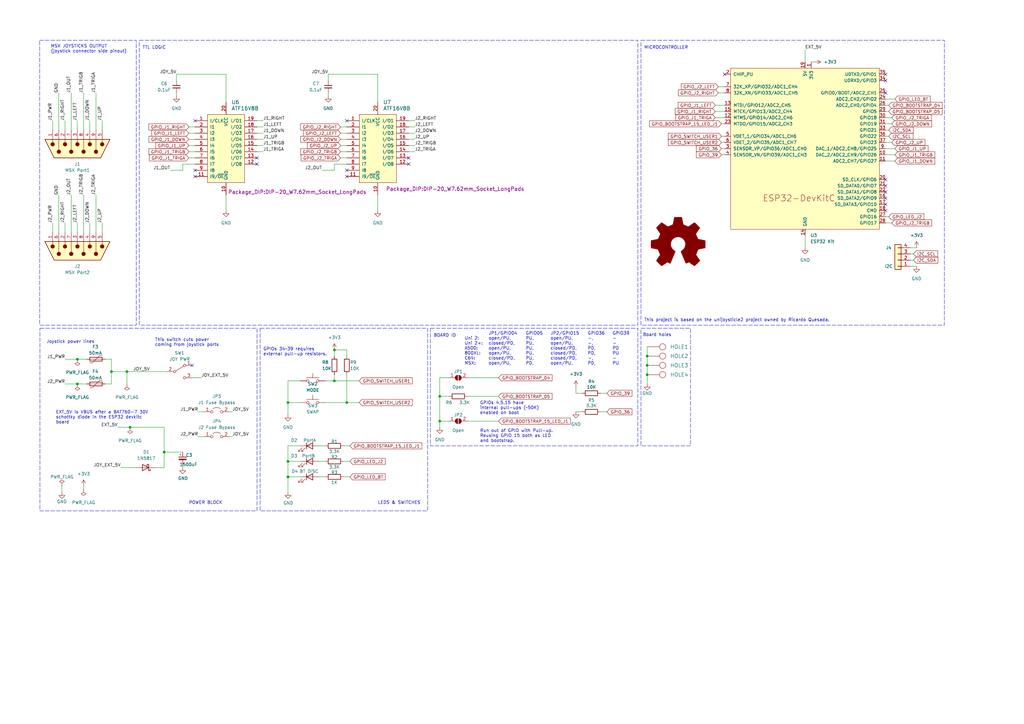
<source format=kicad_sch>
(kicad_sch (version 20230121) (generator eeschema)
  (paper "A3")
  (title_block (title "msx-joyblue: A Bluetooth controller adapter for MSX") (date "2024-02-10") (rev "v1 Build3") (company "Albert Herranz"))
  (lib_symbols
    (symbol "Connector:DE9_Plug" (pin_names (offset 1.016) hide)
      (property "Reference" "J" (at 0 13.97 0))
      (property "Value" "DE9_Plug" (at 0 -14.605 0))
      (symbol "DE9_Plug_1_1"
        (pin passive line (at -7.62 -10.16 0) (length 3.81) (name "1") (number "1"))
        (pin passive line (at -7.62 -5.08 0) (length 3.81) (name "2") (number "2"))
        (pin passive line (at -7.62 0 0) (length 3.81) (name "3") (number "3"))
        (pin passive line (at -7.62 5.08 0) (length 3.81) (name "4") (number "4"))
        (pin passive line (at -7.62 10.16 0) (length 3.81) (name "5") (number "5"))
        (pin passive line (at -7.62 -7.62 0) (length 3.81) (name "6") (number "6"))
        (pin passive line (at -7.62 -2.54 0) (length 3.81) (name "7") (number "7"))
        (pin passive line (at -7.62 2.54 0) (length 3.81) (name "8") (number "8"))
        (pin passive line (at -7.62 7.62 0) (length 3.81) (name "9") (number "9"))
      )
    )
    (symbol "Connector_Generic:Conn_01x04" (pin_names (offset 1.016) hide)
      (property "Reference" "J" (at 0 5.08 0))
      (property "Value" "Conn_01x04" (at 0 -7.62 0))
      (symbol "Conn_01x04_1_1"
        (pin passive line (at -5.08 2.54 0) (length 3.81) (name "Pin_1") (number "1"))
        (pin passive line (at -5.08 0 0) (length 3.81) (name "Pin_2") (number "2"))
        (pin passive line (at -5.08 -2.54 0) (length 3.81) (name "Pin_3") (number "3"))
        (pin passive line (at -5.08 -5.08 0) (length 3.81) (name "Pin_4") (number "4"))
      )
    )
    (symbol "Device:C_Polarized_Small" (pin_numbers hide) (pin_names (offset 0.254) hide)
      (property "Reference" "C" (at 0.254 1.778 0))
      (property "Value" "C_Polarized_Small" (at 0.254 -2.032 0))
      (symbol "C_Polarized_Small_1_1"
        (pin passive line (at 0 2.54 270) (length 1.8542) (name "~") (number "1"))
        (pin passive line (at 0 -2.54 90) (length 1.8542) (name "~") (number "2"))
      )
    )
    (symbol "Device:C_Small" (pin_numbers hide) (pin_names (offset 0.254) hide)
      (property "Reference" "C" (at 0.254 1.778 0))
      (property "Value" "C_Small" (at 0.254 -2.032 0))
      (symbol "C_Small_1_1"
        (pin passive line (at 0 2.54 270) (length 2.032) (name "~") (number "1"))
        (pin passive line (at 0 -2.54 90) (length 2.032) (name "~") (number "2"))
      )
    )
    (symbol "Device:LED" (pin_numbers hide) (pin_names (offset 1.016) hide)
      (property "Reference" "D" (at 0 2.54 0))
      (property "Value" "LED" (at 0 -2.54 0))
      (symbol "LED_1_1"
        (pin passive line (at -3.81 0 0) (length 2.54) (name "K") (number "1"))
        (pin passive line (at 3.81 0 180) (length 2.54) (name "A") (number "2"))
      )
    )
    (symbol "Device:Polyfuse" (pin_numbers hide) (pin_names (offset 0))
      (property "Reference" "F" (at -2.54 0 90))
      (property "Value" "Polyfuse" (at 2.54 0 90))
      (symbol "Polyfuse_1_1"
        (pin passive line (at 0 3.81 270) (length 1.27) (name "~") (number "1"))
        (pin passive line (at 0 -3.81 90) (length 1.27) (name "~") (number "2"))
      )
    )
    (symbol "Device:R" (pin_numbers hide) (pin_names (offset 0))
      (property "Reference" "R" (at 2.032 0 90))
      (property "Value" "R" (at 0 0 90))
      (symbol "R_1_1"
        (pin passive line (at 0 3.81 270) (length 1.27) (name "~") (number "1"))
        (pin passive line (at 0 -3.81 90) (length 1.27) (name "~") (number "2"))
      )
    )
    (symbol "Diode:1N5817" (pin_numbers hide) (pin_names (offset 1.016) hide)
      (property "Reference" "D" (at 0 2.54 0))
      (property "Value" "1N5817" (at 0 -2.54 0))
      (symbol "1N5817_1_1"
        (pin passive line (at -3.81 0 0) (length 2.54) (name "K") (number "1"))
        (pin passive line (at 3.81 0 180) (length 2.54) (name "A") (number "2"))
      )
    )
    (symbol "Espressif:ESP32-DevKitC" (pin_names (offset 1.016))
      (property "Reference" "U" (at -30.48 38.1 0))
      (property "Value" "ESP32-DevKitC" (at -30.48 35.56 0))
      (symbol "ESP32-DevKitC_0_0"
        (text "ESP32-DevKitC" (at -2.54 -20.32 0) (effects (font (size 2.54 2.54))))
        (pin power_in line (at 0 -35.56 90) (length 2.54) (name "GND") (number "14"))
        (pin power_in line (at 0 35.56 270) (length 2.54) (name "5V") (number "19"))
      )
      (symbol "ESP32-DevKitC_1_1"
        (pin power_in line (at 2.54 35.56 270) (length 2.54) (name "3V3") (number "1"))
        (pin bidirectional line (at 33.02 -2.54 180) (length 2.54) (name "DAC_2/ADC2_CH9/GPIO26") (number "10"))
        (pin bidirectional line (at 33.02 -5.08 180) (length 2.54) (name "ADC2_CH7/GPIO27") (number "11"))
        (pin bidirectional line (at -33.02 12.7 0) (length 2.54) (name "MTMS/GPIO14/ADC2_CH6") (number "12"))
        (pin bidirectional line (at -33.02 17.78 0) (length 2.54) (name "MTDI/GPIO12/ADC2_CH5") (number "13"))
        (pin bidirectional line (at -33.02 15.24 0) (length 2.54) (name "MTCK/GPIO13/ADC2_CH4") (number "15"))
        (pin bidirectional line (at 33.02 -20.32 180) (length 2.54) (name "SD_DATA2/GPIO9") (number "16"))
        (pin bidirectional line (at 33.02 -22.86 180) (length 2.54) (name "SD_DATA3/GPIO10") (number "17"))
        (pin bidirectional line (at 33.02 -25.4 180) (length 2.54) (name "CMD") (number "18"))
        (pin input line (at -33.02 30.48 0) (length 2.54) (name "CHIP_PU") (number "2"))
        (pin bidirectional line (at 33.02 -12.7 180) (length 2.54) (name "SD_CLK/GPIO6") (number "20"))
        (pin bidirectional line (at 33.02 -15.24 180) (length 2.54) (name "SD_DATA0/GPIO7") (number "21"))
        (pin bidirectional line (at 33.02 -17.78 180) (length 2.54) (name "SD_DATA1/GPIO8") (number "22"))
        (pin bidirectional line (at -33.02 10.16 0) (length 2.54) (name "MTDO/GPIO15/ADC2_CH3") (number "23"))
        (pin bidirectional line (at 33.02 20.32 180) (length 2.54) (name "ADC2_CH2/GPIO2") (number "24"))
        (pin bidirectional line (at 33.02 22.86 180) (length 2.54) (name "GPIO0/BOOT/ADC2_CH1") (number "25"))
        (pin bidirectional line (at 33.02 17.78 180) (length 2.54) (name "ADC2_CH0/GPIO4") (number "26"))
        (pin bidirectional line (at 33.02 -27.94 180) (length 2.54) (name "GPIO16") (number "27"))
        (pin bidirectional line (at 33.02 -30.48 180) (length 2.54) (name "GPIO17") (number "28"))
        (pin bidirectional line (at 33.02 15.24 180) (length 2.54) (name "GPIO5") (number "29"))
        (pin input line (at -33.02 0 0) (length 2.54) (name "SENSOR_VP/GPIO36/ADC1_CH0") (number "3"))
        (pin bidirectional line (at 33.02 12.7 180) (length 2.54) (name "GPIO18") (number "30"))
        (pin bidirectional line (at 33.02 10.16 180) (length 2.54) (name "GPIO19") (number "31"))
        (pin passive line (at 0 -35.56 90) (length 2.54) hide (name "GND") (number "32"))
        (pin bidirectional line (at 33.02 7.62 180) (length 2.54) (name "GPIO21") (number "33"))
        (pin bidirectional line (at 33.02 27.94 180) (length 2.54) (name "U0RXD/GPIO3") (number "34"))
        (pin bidirectional line (at 33.02 30.48 180) (length 2.54) (name "U0TXD/GPIO1") (number "35"))
        (pin bidirectional line (at 33.02 5.08 180) (length 2.54) (name "GPIO22") (number "36"))
        (pin bidirectional line (at 33.02 2.54 180) (length 2.54) (name "GPIO23") (number "37"))
        (pin passive line (at 0 -35.56 90) (length 2.54) hide (name "GND") (number "38"))
        (pin input line (at -33.02 -2.54 0) (length 2.54) (name "SENSOR_VN/GPIO39/ADC1_CH3") (number "4"))
        (pin input line (at -33.02 5.08 0) (length 2.54) (name "VDET_1/GPIO34/ADC1_CH6") (number "5"))
        (pin input line (at -33.02 2.54 0) (length 2.54) (name "VDET_2/GPIO35/ADC1_CH7") (number "6"))
        (pin bidirectional line (at -33.02 25.4 0) (length 2.54) (name "32K_XP/GPIO32/ADC1_CH4") (number "7"))
        (pin bidirectional line (at -33.02 22.86 0) (length 2.54) (name "32K_XN/GPIO33/ADC1_CH5") (number "8"))
        (pin bidirectional line (at 33.02 0 180) (length 2.54) (name "DAC_1/ADC2_CH8/GPIO25") (number "9"))
      )
    )
    (symbol "Graphic:Logo_Open_Hardware_Large" (in_bom no) (on_board no))
    (symbol "Jumper:Jumper_2_Open" (pin_names (offset 0) hide)
      (property "Reference" "JP" (at 0 2.794 0))
      (property "Value" "Jumper_2_Open" (at 0 -2.286 0))
      (symbol "Jumper_2_Open_1_1"
        (pin passive line (at -5.08 0 0) (length 2.54) (name "A") (number "1"))
        (pin passive line (at 5.08 0 180) (length 2.54) (name "B") (number "2"))
      )
    )
    (symbol "Jumper:SolderJumper_2_Open" (pin_names (offset 0) hide)
      (property "Reference" "JP" (at 0 2.032 0))
      (property "Value" "SolderJumper_2_Open" (at 0 -2.54 0))
      (symbol "SolderJumper_2_Open_1_1"
        (pin passive line (at -3.81 0 0) (length 2.54) (name "A") (number "1"))
        (pin passive line (at 3.81 0 180) (length 2.54) (name "B") (number "2"))
      )
    )
    (symbol "Switch:SW_Push" (pin_numbers hide) (pin_names (offset 1.016) hide)
      (property "Reference" "SW" (at 1.27 2.54 0))
      (property "Value" "SW_Push" (at 0 -1.524 0))
      (symbol "SW_Push_0_1"
        (pin passive line (at -5.08 0 0) (length 2.54) (name "1") (number "1"))
        (pin passive line (at 5.08 0 180) (length 2.54) (name "2") (number "2"))
      )
    )
    (symbol "Switch:SW_SPDT" (pin_names (offset 0) hide)
      (property "Reference" "SW" (at 0 4.318 0))
      (property "Value" "SW_SPDT" (at 0 -5.08 0))
      (symbol "SW_SPDT_1_1"
        (pin passive line (at 5.08 2.54 180) (length 2.54) (name "A") (number "1"))
        (pin passive line (at -5.08 0 0) (length 2.54) (name "B") (number "2"))
        (pin passive line (at 5.08 -2.54 180) (length 2.54) (name "C") (number "3"))
      )
    )
    (symbol "my_components:ATF16V8B" (pin_names (offset 1.016))
      (property "Reference" "U" (at -7.62 17.78 0))
      (property "Value" "ATF16V8B" (at -7.62 15.24 0))
      (symbol "ATF16V8B_1_1"
        (pin input line (at -12.7 11.43 0) (length 5.08) (name "I/CLK") (number "1"))
        (pin power_in line (at 0 -19.05 90) (length 5.08) (name "GND") (number "10"))
        (pin input line (at -12.7 -11.43 0) (length 5.08) (name "I9/~{OE}") (number "11"))
        (pin bidirectional line (at 12.7 -6.35 180) (length 5.08) (name "I/O8") (number "12"))
        (pin bidirectional line (at 12.7 -3.81 180) (length 5.08) (name "I/O7") (number "13"))
        (pin bidirectional line (at 12.7 -1.27 180) (length 5.08) (name "I/O6") (number "14"))
        (pin bidirectional line (at 12.7 1.27 180) (length 5.08) (name "I/O5") (number "15"))
        (pin bidirectional line (at 12.7 3.81 180) (length 5.08) (name "I/O4") (number "16"))
        (pin bidirectional line (at 12.7 6.35 180) (length 5.08) (name "I/O3") (number "17"))
        (pin bidirectional line (at 12.7 8.89 180) (length 5.08) (name "I/O2") (number "18"))
        (pin bidirectional line (at 12.7 11.43 180) (length 5.08) (name "I/O1") (number "19"))
        (pin input line (at -12.7 8.89 0) (length 5.08) (name "I1") (number "2"))
        (pin power_in line (at 0 19.05 270) (length 5.08) (name "VCC") (number "20"))
        (pin input line (at -12.7 6.35 0) (length 5.08) (name "I2") (number "3"))
        (pin input line (at -12.7 3.81 0) (length 5.08) (name "I3") (number "4"))
        (pin input line (at -12.7 1.27 0) (length 5.08) (name "I4") (number "5"))
        (pin input line (at -12.7 -1.27 0) (length 5.08) (name "I5") (number "6"))
        (pin input line (at -12.7 -3.81 0) (length 5.08) (name "I6") (number "7"))
        (pin input line (at -12.7 -6.35 0) (length 5.08) (name "I7") (number "8"))
        (pin input line (at -12.7 -8.89 0) (length 5.08) (name "I8") (number "9"))
      )
    )
    (symbol "my_components:HOLE" (pin_numbers hide) (pin_names (offset 1.016) hide)
      (property "Reference" "HOLE" (at 2.54 0 0))
      (symbol "HOLE_1_1"
        (pin input line (at -6.35 0 0) (length 5.08) (name "~") (number "1"))
      )
    )
    (symbol "power:+3V3" (power) (pin_names (offset 0))
      (property "Value" "+3V3" (at 0 3.556 0))
      (symbol "+3V3_1_1"
        (pin power_in line (at 0 0 90) (length 0) hide (name "+3V3") (number "1"))
      )
    )
    (symbol "power:GND" (power) (pin_names (offset 0))
      (property "Value" "GND" (at 0 -3.81 0))
      (symbol "GND_1_1"
        (pin power_in line (at 0 0 270) (length 0) hide (name "GND") (number "1"))
      )
    )
    (symbol "power:PWR_FLAG" (power) (pin_numbers hide) (pin_names (offset 0) hide)
      (property "Value" "PWR_FLAG" (at 0 3.81 0))
      (symbol "PWR_FLAG_0_0"
        (pin power_out line (at 0 0 90) (length 0) (name "pwr") (number "1"))
      )
    )
  )
  (junction (at 31.75 157.48))
  (junction (at 180.34 172.72))
  (junction (at 137.16 156.21))
  (junction (at 53.34 175.26))
  (junction (at 137.16 143.51))
  (junction (at 52.07 152.4))
  (junction (at 265.43 146.05))
  (junction (at 180.34 162.56))
  (junction (at 31.75 147.32))
  (junction (at 118.11 189.23))
  (junction (at 265.43 149.86))
  (junction (at 45.72 152.4))
  (junction (at 142.24 165.1))
  (junction (at 265.43 153.67))
  (junction (at 67.31 185.42))
  (junction (at 118.11 165.1))
  (junction (at 118.11 195.58))
  (no_connect (at 363.22 73.66))
  (no_connect (at 78.74 149.86))
  (no_connect (at 363.22 38.1))
  (no_connect (at 80.01 72.39))
  (no_connect (at 363.22 81.28))
  (no_connect (at 363.22 86.36))
  (no_connect (at 80.01 49.53))
  (no_connect (at 142.24 72.39))
  (no_connect (at 105.41 67.31))
  (no_connect (at 363.22 30.48))
  (no_connect (at 142.24 69.85))
  (no_connect (at 363.22 78.74))
  (no_connect (at 167.64 64.77))
  (no_connect (at 297.18 30.48))
  (no_connect (at 80.01 69.85))
  (no_connect (at 105.41 64.77))
  (no_connect (at 142.24 49.53))
  (no_connect (at 363.22 33.02))
  (no_connect (at 167.64 67.31))
  (no_connect (at 363.22 76.2))
  (no_connect (at 363.22 83.82))
  (wire (pts (xy 295.91 55.88) (xy 297.18 55.88)))
  (wire (pts (xy 130.81 182.88) (xy 133.35 182.88)))
  (wire (pts (xy 31.75 147.32) (xy 35.56 147.32)))
  (wire (pts (xy 43.18 157.48) (xy 45.72 157.48)))
  (wire (pts (xy 36.83 91.44) (xy 36.83 95.25)))
  (wire (pts (xy 365.76 48.26) (xy 363.22 48.26)))
  (wire (pts (xy 367.03 40.64) (xy 363.22 40.64)))
  (wire (pts (xy 24.13 38.1) (xy 24.13 53.34)))
  (wire (pts (xy 364.49 55.88) (xy 363.22 55.88)))
  (wire (pts (xy 365.76 58.42) (xy 363.22 58.42)))
  (wire (pts (xy 367.03 60.96) (xy 363.22 60.96)))
  (wire (pts (xy 45.72 152.4) (xy 45.72 157.48)))
  (wire (pts (xy 137.16 143.51) (xy 142.24 143.51)))
  (wire (pts (xy 137.16 146.05) (xy 137.16 143.51)))
  (wire (pts (xy 139.7 62.23) (xy 142.24 62.23)))
  (wire (pts (xy 92.71 30.48) (xy 92.71 41.91)))
  (wire (pts (xy 137.16 67.31) (xy 142.24 67.31)))
  (wire (pts (xy 134.62 30.48) (xy 154.94 30.48)))
  (wire (pts (xy 236.22 158.75) (xy 236.22 161.29)))
  (wire (pts (xy 294.64 38.1) (xy 297.18 38.1)))
  (wire (pts (xy 367.03 63.5) (xy 363.22 63.5)))
  (wire (pts (xy 246.38 161.29) (xy 248.92 161.29)))
  (wire (pts (xy 265.43 142.24) (xy 265.43 146.05)))
  (wire (pts (xy 170.18 52.07) (xy 167.64 52.07)))
  (wire (pts (xy 118.11 182.88) (xy 118.11 189.23)))
  (wire (pts (xy 170.18 57.15) (xy 167.64 57.15)))
  (wire (pts (xy 365.76 50.8) (xy 363.22 50.8)))
  (wire (pts (xy 294.64 35.56) (xy 297.18 35.56)))
  (wire (pts (xy 26.67 147.32) (xy 31.75 147.32)))
  (wire (pts (xy 133.35 156.21) (xy 137.16 156.21)))
  (wire (pts (xy 31.75 91.44) (xy 31.75 95.25)))
  (wire (pts (xy 295.91 50.8) (xy 297.18 50.8)))
  (wire (pts (xy 67.31 175.26) (xy 53.34 175.26)))
  (wire (pts (xy 77.47 62.23) (xy 80.01 62.23)))
  (wire (pts (xy 364.49 45.72) (xy 363.22 45.72)))
  (wire (pts (xy 180.34 172.72) (xy 180.34 175.26)))
  (wire (pts (xy 77.47 57.15) (xy 80.01 57.15)))
  (wire (pts (xy 29.21 80.01) (xy 29.21 95.25)))
  (wire (pts (xy 334.01 25.4) (xy 332.74 25.4)))
  (wire (pts (xy 72.39 30.48) (xy 72.39 33.02)))
  (wire (pts (xy 142.24 165.1) (xy 147.32 165.1)))
  (wire (pts (xy 364.49 43.18) (xy 363.22 43.18)))
  (wire (pts (xy 137.16 69.85) (xy 137.16 67.31)))
  (wire (pts (xy 142.24 153.67) (xy 142.24 165.1)))
  (wire (pts (xy 21.59 49.53) (xy 21.59 53.34)))
  (wire (pts (xy 191.77 172.72) (xy 204.47 172.72)))
  (wire (pts (xy 72.39 30.48) (xy 92.71 30.48)))
  (wire (pts (xy 77.47 64.77) (xy 80.01 64.77)))
  (wire (pts (xy 77.47 54.61) (xy 80.01 54.61)))
  (wire (pts (xy 375.92 101.6) (xy 373.38 101.6)))
  (wire (pts (xy 374.65 106.68) (xy 373.38 106.68)))
  (wire (pts (xy 55.88 191.77) (xy 49.53 191.77)))
  (wire (pts (xy 77.47 59.69) (xy 80.01 59.69)))
  (wire (pts (xy 34.29 38.1) (xy 34.29 53.34)))
  (wire (pts (xy 107.95 54.61) (xy 105.41 54.61)))
  (wire (pts (xy 31.75 157.48) (xy 35.56 157.48)))
  (wire (pts (xy 139.7 59.69) (xy 142.24 59.69)))
  (wire (pts (xy 26.67 157.48) (xy 31.75 157.48)))
  (wire (pts (xy 107.95 52.07) (xy 105.41 52.07)))
  (wire (pts (xy 140.97 182.88) (xy 143.51 182.88)))
  (wire (pts (xy 330.2 96.52) (xy 330.2 101.6)))
  (wire (pts (xy 374.65 104.14) (xy 373.38 104.14)))
  (wire (pts (xy 52.07 157.48) (xy 52.07 152.4)))
  (wire (pts (xy 118.11 165.1) (xy 118.11 170.18)))
  (wire (pts (xy 92.71 86.36) (xy 92.71 80.01)))
  (wire (pts (xy 118.11 195.58) (xy 118.11 201.93)))
  (wire (pts (xy 293.37 45.72) (xy 297.18 45.72)))
  (wire (pts (xy 184.15 154.94) (xy 180.34 154.94)))
  (wire (pts (xy 295.91 58.42) (xy 297.18 58.42)))
  (wire (pts (xy 69.85 69.85) (xy 74.93 69.85)))
  (wire (pts (xy 45.72 147.32) (xy 45.72 152.4)))
  (wire (pts (xy 25.4 199.39) (xy 25.4 201.93)))
  (wire (pts (xy 139.7 52.07) (xy 142.24 52.07)))
  (wire (pts (xy 170.18 62.23) (xy 167.64 62.23)))
  (wire (pts (xy 246.38 168.91) (xy 248.92 168.91)))
  (wire (pts (xy 81.28 168.91) (xy 83.82 168.91)))
  (wire (pts (xy 139.7 64.77) (xy 142.24 64.77)))
  (wire (pts (xy 118.11 165.1) (xy 123.19 165.1)))
  (wire (pts (xy 204.47 162.56) (xy 191.77 162.56)))
  (wire (pts (xy 130.81 189.23) (xy 133.35 189.23)))
  (wire (pts (xy 39.37 80.01) (xy 39.37 95.25)))
  (wire (pts (xy 365.76 91.44) (xy 363.22 91.44)))
  (wire (pts (xy 295.91 60.96) (xy 297.18 60.96)))
  (wire (pts (xy 140.97 195.58) (xy 143.51 195.58)))
  (wire (pts (xy 118.11 195.58) (xy 123.19 195.58)))
  (wire (pts (xy 74.93 67.31) (xy 80.01 67.31)))
  (wire (pts (xy 82.55 154.94) (xy 78.74 154.94)))
  (wire (pts (xy 134.62 39.37) (xy 134.62 38.1)))
  (wire (pts (xy 118.11 189.23) (xy 118.11 195.58)))
  (wire (pts (xy 293.37 48.26) (xy 297.18 48.26)))
  (wire (pts (xy 142.24 143.51) (xy 142.24 146.05)))
  (wire (pts (xy 154.94 86.36) (xy 154.94 80.01)))
  (wire (pts (xy 364.49 53.34) (xy 363.22 53.34)))
  (wire (pts (xy 107.95 59.69) (xy 105.41 59.69)))
  (wire (pts (xy 133.35 165.1) (xy 142.24 165.1)))
  (wire (pts (xy 139.7 57.15) (xy 142.24 57.15)))
  (wire (pts (xy 184.15 172.72) (xy 180.34 172.72)))
  (wire (pts (xy 265.43 153.67) (xy 265.43 157.48)))
  (wire (pts (xy 130.81 195.58) (xy 133.35 195.58)))
  (wire (pts (xy 67.31 185.42) (xy 74.93 185.42)))
  (wire (pts (xy 81.28 179.07) (xy 83.82 179.07)))
  (wire (pts (xy 77.47 52.07) (xy 80.01 52.07)))
  (wire (pts (xy 34.29 199.39) (xy 34.29 200.66)))
  (wire (pts (xy 367.03 66.04) (xy 363.22 66.04)))
  (wire (pts (xy 123.19 182.88) (xy 118.11 182.88)))
  (wire (pts (xy 140.97 189.23) (xy 143.51 189.23)))
  (wire (pts (xy 45.72 152.4) (xy 52.07 152.4)))
  (wire (pts (xy 26.67 49.53) (xy 26.67 53.34)))
  (wire (pts (xy 137.16 156.21) (xy 147.32 156.21)))
  (wire (pts (xy 41.91 49.53) (xy 41.91 53.34)))
  (wire (pts (xy 154.94 30.48) (xy 154.94 41.91)))
  (wire (pts (xy 72.39 39.37) (xy 72.39 38.1)))
  (wire (pts (xy 364.49 88.9) (xy 363.22 88.9)))
  (wire (pts (xy 170.18 59.69) (xy 167.64 59.69)))
  (wire (pts (xy 93.98 168.91) (xy 95.25 168.91)))
  (wire (pts (xy 31.75 49.53) (xy 31.75 53.34)))
  (wire (pts (xy 123.19 189.23) (xy 118.11 189.23)))
  (wire (pts (xy 74.93 69.85) (xy 74.93 67.31)))
  (wire (pts (xy 191.77 154.94) (xy 204.47 154.94)))
  (wire (pts (xy 67.31 185.42) (xy 67.31 191.77)))
  (wire (pts (xy 180.34 162.56) (xy 184.15 162.56)))
  (wire (pts (xy 107.95 62.23) (xy 105.41 62.23)))
  (wire (pts (xy 330.2 20.32) (xy 330.2 25.4)))
  (wire (pts (xy 139.7 54.61) (xy 142.24 54.61)))
  (wire (pts (xy 170.18 54.61) (xy 167.64 54.61)))
  (wire (pts (xy 67.31 191.77) (xy 63.5 191.77)))
  (wire (pts (xy 45.72 147.32) (xy 43.18 147.32)))
  (wire (pts (xy 26.67 91.44) (xy 26.67 95.25)))
  (wire (pts (xy 170.18 49.53) (xy 167.64 49.53)))
  (wire (pts (xy 74.93 190.5) (xy 74.93 191.77)))
  (wire (pts (xy 39.37 38.1) (xy 39.37 53.34)))
  (wire (pts (xy 36.83 49.53) (xy 36.83 53.34)))
  (wire (pts (xy 180.34 162.56) (xy 180.34 172.72)))
  (wire (pts (xy 21.59 91.44) (xy 21.59 95.25)))
  (wire (pts (xy 293.37 43.18) (xy 297.18 43.18)))
  (wire (pts (xy 118.11 156.21) (xy 118.11 165.1)))
  (wire (pts (xy 236.22 168.91) (xy 238.76 168.91)))
  (wire (pts (xy 265.43 146.05) (xy 265.43 149.86)))
  (wire (pts (xy 265.43 149.86) (xy 265.43 153.67)))
  (wire (pts (xy 24.13 80.01) (xy 24.13 95.25)))
  (wire (pts (xy 107.95 57.15) (xy 105.41 57.15)))
  (wire (pts (xy 118.11 156.21) (xy 123.19 156.21)))
  (wire (pts (xy 132.08 69.85) (xy 137.16 69.85)))
  (wire (pts (xy 236.22 161.29) (xy 238.76 161.29)))
  (wire (pts (xy 134.62 30.48) (xy 134.62 33.02)))
  (wire (pts (xy 107.95 49.53) (xy 105.41 49.53)))
  (wire (pts (xy 34.29 80.01) (xy 34.29 95.25)))
  (wire (pts (xy 52.07 152.4) (xy 68.58 152.4)))
  (wire (pts (xy 53.34 175.26) (xy 48.26 175.26)))
  (wire (pts (xy 41.91 91.44) (xy 41.91 95.25)))
  (wire (pts (xy 137.16 153.67) (xy 137.16 156.21)))
  (wire (pts (xy 67.31 175.26) (xy 67.31 185.42)))
  (wire (pts (xy 373.38 109.22) (xy 375.92 109.22)))
  (wire (pts (xy 295.91 63.5) (xy 297.18 63.5)))
  (wire (pts (xy 29.21 38.1) (xy 29.21 53.34)))
  (wire (pts (xy 180.34 154.94) (xy 180.34 162.56)))
  (wire (pts (xy 93.98 179.07) (xy 95.25 179.07)))
  (rectangle (start 106.68 134.62) (end 175.387 209.55) (stroke (width 0) (type dash)))
  (rectangle (start 262.89 16.51) (end 387.35 133.35) (stroke (width 0) (type dash)))
  (rectangle (start 57.15 16.51) (end 261.62 133.35) (stroke (width 0) (type dash)))
  (rectangle (start 262.89 134.62) (end 283.21 182.88) (stroke (width 0) (type dash)))
  (rectangle (start 16.256 16.51) (end 55.88 133.35) (stroke (width 0) (type dash)))
  (rectangle (start 176.53 134.62) (end 261.62 182.88) (stroke (width 0) (type dash)))
  (rectangle (start 16.383 134.62) (end 105.41 209.55) (stroke (width 0) (type dash)))
  (text "LEDS & SWITCHES" (at 154.94 207.01 0) (effects (font (size 1.27 1.27)) (justify left bottom)))
  (text "		JP1/GPIO04	GPIO05	JP2/GPIO15	GPIO36	GPIO39\nUni 2:	open/PU,	PU,		open/PU,	-,		-\nUni 2+:	closed/PD,	PU,		open/PU,	-,		-\nA500:	open/PU,	PU,		closed/PD,	PD,		PD\n800XL:	open/PU,	PU,		closed/PD,	PD,		PU\nC64:	closed/PD,	PU,		closed/PD,	-,		-\nMSX:	open/PU,	PD,		open/PU,	PD,		PU" (at 190.5 149.86 0) (effects (font (size 1.27 1.27)) (justify left bottom)))
  (text "MSX JOYSTICKS OUTPUT\n(joystick connector side pinout)" (at 20.828 21.844 0) (effects (font (size 1.27 1.27)) (justify left bottom)))
  (text "POWER BLOCK" (at 77.47 207.01 0) (effects (font (size 1.27 1.27)) (justify left bottom)))
  (text "Joystick power lines" (at 19.05 140.97 0) (effects (font (size 1.27 1.27)) (justify left bottom)))
  (text "This switch cuts power\ncoming from joystick ports" (at 63.5 142.24 0) (effects (font (size 1.27 1.27)) (justify left bottom)))
  (text "GPIOs 34~39 requires\nexternal pull-up resistors." (at 107.95 146.05 0) (effects (font (size 1.27 1.27)) (justify left bottom)))
  (text "Run out of GPIO with Pull-up.\nReusing GPIO 15 both as LED\nand bootstrap." (at 196.85 181.61 0) (effects (font (size 1.27 1.27)) (justify left bottom)))
  (text "TTL LOGIC\n" (at 58.42 20.32 0) (effects (font (size 1.27 1.27)) (justify left bottom)))
  (text "GPIOs 4,5,15 have\ninternal pull-ups (~50K)\nenabled on boot" (at 196.85 170.18 0) (effects (font (size 1.27 1.27)) (justify left bottom)))
  (text "Board holes" (at 263.652 138.176 0) (effects (font (size 1.27 1.27)) (justify left bottom)))
  (text "MICROCONTROLLER" (at 264.16 20.32 0) (effects (font (size 1.27 1.27)) (justify left bottom)))
  (text "EXT_5V is VBUS after a BAT760-7 30V\nschottky diode in the ESP32 devkitc\nboard" (at 22.86 173.99 0) (effects (font (size 1.27 1.27)) (justify left bottom)))
  (text "This project is based on the unijoysticle2 project owned by Ricardo Quesada." (at 264.16 132.08 0) (effects (font (size 1.27 1.27)) (justify left bottom)))
  (text "BOARD ID" (at 177.8 138.43 0) (effects (font (size 1.27 1.27)) (justify left bottom)))
  (label "J1_UP" (at 107.95 57.15 0))
  (label "EXT_5V" (at 330.2 20.32 0))
  (label "J2_TRIGA" (at 39.37 80.01 90))
  (label "EXT_5V" (at 48.26 175.26 180))
  (label "JOY_5V" (at 134.62 30.48 180))
  (label "J2_RIGHT" (at 26.67 91.44 90))
  (label "J1_DOWN" (at 36.83 49.53 90))
  (label "J2_TRIGB" (at 34.29 80.01 90))
  (label "J2_LEFT" (at 170.18 52.07 0))
  (label "J2_DOWN" (at 36.83 91.44 90))
  (label "J1_DOWN" (at 107.95 54.61 0))
  (label "JOY_5V" (at 95.25 168.91 0))
  (label "JOY_5V" (at 72.39 30.48 180))
  (label "J1_TRIGB" (at 107.95 59.69 0))
  (label "J1_PWR" (at 81.28 168.91 180))
  (label "JOY_5V" (at 95.25 179.07 0))
  (label "J1_LEFT" (at 107.95 52.07 0))
  (label "J1_UP" (at 41.91 49.53 90))
  (label "J1_PWR" (at 21.59 49.53 90))
  (label "J1_RIGHT" (at 107.95 49.53 0))
  (label "J2_UP" (at 170.18 57.15 0))
  (label "J2_PWR" (at 26.67 157.48 180))
  (label "J2_PWR" (at 21.59 91.44 90))
  (label "J2_DOWN" (at 170.18 54.61 0))
  (label "J1_OUT" (at 69.85 69.85 180))
  (label "J2_OUT" (at 132.08 69.85 180))
  (label "J2_UP" (at 41.91 91.44 90))
  (label "J2_PWR" (at 81.28 179.07 180))
  (label "J1_LEFT" (at 31.75 49.53 90))
  (label "J2_LEFT" (at 31.75 91.44 90))
  (label "JOY_EXT_5V" (at 49.53 191.77 180))
  (label "JOY_5V" (at 54.61 152.4 0))
  (label "JOY_EXT_5V" (at 82.55 154.94 0))
  (label "J2_OUT" (at 29.21 80.01 90))
  (label "J1_TRIGA" (at 39.37 38.1 90))
  (label "GND" (at 24.13 38.1 90))
  (label "GND" (at 24.13 80.01 90))
  (label "J1_RIGHT" (at 26.67 49.53 90))
  (label "J2_TRIGA" (at 170.18 62.23 0))
  (label "J2_RIGHT" (at 170.18 49.53 0))
  (label "J1_TRIGB" (at 34.29 38.1 90))
  (label "J1_OUT" (at 29.21 38.1 90))
  (label "J2_TRIGB" (at 170.18 59.69 0))
  (label "J1_PWR" (at 26.67 147.32 180))
  (label "J1_TRIGA" (at 107.95 62.23 0))
  (global_label "GPIO_BOOTSTRAP_15_LED_J1" (shape input) (at 143.51 182.88 0) (property "Intersheetrefs" "${INTERSHEET_REFS}" (effects hide)))
  (global_label "GPIO_J1_UP" (shape input) (at 367.03 60.96 0) (property "Intersheetrefs" "${INTERSHEET_REFS}" (effects hide)))
  (global_label "GPIO_J2_LEFT" (shape input) (at 294.64 35.56 180) (property "Intersheetrefs" "${INTERSHEET_REFS}" (effects hide)))
  (global_label "GPIO_J1_DOWN" (shape input) (at 367.03 66.04 0) (property "Intersheetrefs" "${INTERSHEET_REFS}" (effects hide)))
  (global_label "GPIO_J1_LEFT" (shape input) (at 77.47 54.61 180) (property "Intersheetrefs" "${INTERSHEET_REFS}" (effects hide)))
  (global_label "I2C_SCL" (shape input) (at 374.65 104.14 0) (property "Intersheetrefs" "${INTERSHEET_REFS}" (effects hide)))
  (global_label "GPIO_LED_J2" (shape input) (at 364.49 88.9 0) (property "Intersheetrefs" "${INTERSHEET_REFS}" (effects hide)))
  (global_label "GPIO_J2_UP" (shape input) (at 139.7 59.69 180) (property "Intersheetrefs" "${INTERSHEET_REFS}" (effects hide)))
  (global_label "GPIO_J1_TRIGB" (shape input) (at 367.03 63.5 0) (property "Intersheetrefs" "${INTERSHEET_REFS}" (effects hide)))
  (global_label "I2C_SCL" (shape input) (at 364.49 55.88 0) (property "Intersheetrefs" "${INTERSHEET_REFS}" (effects hide)))
  (global_label "I2C_SDA" (shape input) (at 364.49 53.34 0) (property "Intersheetrefs" "${INTERSHEET_REFS}" (effects hide)))
  (global_label "GPIO_BOOTSTRAP_05" (shape input) (at 204.47 162.56 0) (property "Intersheetrefs" "${INTERSHEET_REFS}" (effects hide)))
  (global_label "GPIO_J2_TRIGA" (shape input) (at 139.7 64.77 180) (property "Intersheetrefs" "${INTERSHEET_REFS}" (effects hide)))
  (global_label "GPIO_J2_UP" (shape input) (at 365.76 58.42 0) (property "Intersheetrefs" "${INTERSHEET_REFS}" (effects hide)))
  (global_label "GPIO_SWITCH_USER1" (shape input) (at 295.91 55.88 180) (property "Intersheetrefs" "${INTERSHEET_REFS}" (effects hide)))
  (global_label "GPIO_SWITCH_USER2" (shape input) (at 147.32 165.1 0) (property "Intersheetrefs" "${INTERSHEET_REFS}" (effects hide)))
  (global_label "GPIO_J1_TRIGA" (shape input) (at 77.47 64.77 180) (property "Intersheetrefs" "${INTERSHEET_REFS}" (effects hide)))
  (global_label "GPIO_36" (shape input) (at 248.92 168.91 0) (property "Intersheetrefs" "${INTERSHEET_REFS}" (effects hide)))
  (global_label "GPIO_39" (shape input) (at 295.91 63.5 180) (property "Intersheetrefs" "${INTERSHEET_REFS}" (effects hide)))
  (global_label "GPIO_J2_TRIGB" (shape input) (at 139.7 62.23 180) (property "Intersheetrefs" "${INTERSHEET_REFS}" (effects hide)))
  (global_label "GPIO_36" (shape input) (at 295.91 60.96 180) (property "Intersheetrefs" "${INTERSHEET_REFS}" (effects hide)))
  (global_label "GPIO_J1_TRIGB" (shape input) (at 77.47 62.23 180) (property "Intersheetrefs" "${INTERSHEET_REFS}" (effects hide)))
  (global_label "GPIO_J1_RIGHT" (shape input) (at 293.37 45.72 180) (property "Intersheetrefs" "${INTERSHEET_REFS}" (effects hide)))
  (global_label "GPIO_BOOTSTRAP_05" (shape input) (at 364.49 45.72 0) (property "Intersheetrefs" "${INTERSHEET_REFS}" (effects hide)))
  (global_label "GPIO_LED_BT" (shape input) (at 143.51 195.58 0) (property "Intersheetrefs" "${INTERSHEET_REFS}" (effects hide)))
  (global_label "GPIO_J2_TRIGA" (shape input) (at 365.76 48.26 0) (property "Intersheetrefs" "${INTERSHEET_REFS}" (effects hide)))
  (global_label "GPIO_J2_LEFT" (shape input) (at 139.7 54.61 180) (property "Intersheetrefs" "${INTERSHEET_REFS}" (effects hide)))
  (global_label "GPIO_J1_TRIGA" (shape input) (at 293.37 48.26 180) (property "Intersheetrefs" "${INTERSHEET_REFS}" (effects hide)))
  (global_label "GPIO_J2_DOWN" (shape input) (at 139.7 57.15 180) (property "Intersheetrefs" "${INTERSHEET_REFS}" (effects hide)))
  (global_label "GPIO_J1_DOWN" (shape input) (at 77.47 57.15 180) (property "Intersheetrefs" "${INTERSHEET_REFS}" (effects hide)))
  (global_label "GPIO_LED_BT" (shape input) (at 367.03 40.64 0) (property "Intersheetrefs" "${INTERSHEET_REFS}" (effects hide)))
  (global_label "GPIO_BOOTSTRAP_15_LED_J1" (shape input) (at 295.91 50.8 180) (property "Intersheetrefs" "${INTERSHEET_REFS}" (effects hide)))
  (global_label "GPIO_J2_RIGHT" (shape input) (at 139.7 52.07 180) (property "Intersheetrefs" "${INTERSHEET_REFS}" (effects hide)))
  (global_label "GPIO_39" (shape input) (at 248.92 161.29 0) (property "Intersheetrefs" "${INTERSHEET_REFS}" (effects hide)))
  (global_label "GPIO_BOOTSTRAP_04" (shape input) (at 364.49 43.18 0) (property "Intersheetrefs" "${INTERSHEET_REFS}" (effects hide)))
  (global_label "GPIO_LED_J2" (shape input) (at 143.51 189.23 0) (property "Intersheetrefs" "${INTERSHEET_REFS}" (effects hide)))
  (global_label "GPIO_J1_RIGHT" (shape input) (at 77.47 52.07 180) (property "Intersheetrefs" "${INTERSHEET_REFS}" (effects hide)))
  (global_label "I2C_SDA" (shape input) (at 374.65 106.68 0) (property "Intersheetrefs" "${INTERSHEET_REFS}" (effects hide)))
  (global_label "GPIO_BOOTSTRAP_04" (shape input) (at 204.47 154.94 0) (property "Intersheetrefs" "${INTERSHEET_REFS}" (effects hide)))
  (global_label "GPIO_BOOTSTRAP_15_LED_J1" (shape input) (at 204.47 172.72 0) (property "Intersheetrefs" "${INTERSHEET_REFS}" (effects hide)))
  (global_label "GPIO_SWITCH_USER1" (shape input) (at 147.32 156.21 0) (property "Intersheetrefs" "${INTERSHEET_REFS}" (effects hide)))
  (global_label "GPIO_SWITCH_USER2" (shape input) (at 295.91 58.42 180) (property "Intersheetrefs" "${INTERSHEET_REFS}" (effects hide)))
  (global_label "GPIO_J1_UP" (shape input) (at 77.47 59.69 180) (property "Intersheetrefs" "${INTERSHEET_REFS}" (effects hide)))
  (global_label "GPIO_J2_TRIGB" (shape input) (at 365.76 91.44 0) (property "Intersheetrefs" "${INTERSHEET_REFS}" (effects hide)))
  (global_label "GPIO_J2_DOWN" (shape input) (at 365.76 50.8 0) (property "Intersheetrefs" "${INTERSHEET_REFS}" (effects hide)))
  (global_label "GPIO_J2_RIGHT" (shape input) (at 294.64 38.1 180) (property "Intersheetrefs" "${INTERSHEET_REFS}" (effects hide)))
  (global_label "GPIO_J1_LEFT" (shape input) (at 293.37 43.18 180) (property "Intersheetrefs" "${INTERSHEET_REFS}" (effects hide)))
  (symbol (lib_id "my_components:HOLE") (at 271.78 149.86 0) (unit 1)
    (property "Reference" "HOLE3" (at 274.828 149.86 0) (effects (font (size 1.524 1.524)) (justify left)))
    (property "Value" "HOLE" (effects hide))
    (property "Footprint" "My_Components:Hole_3mm" (effects hide))
  )
  (symbol (lib_id "Device:R") (at 137.16 195.58 90) (unit 1)
    (property "Reference" "R3" (at 137.16 193.802 90))
    (property "Value" "1K" (at 137.16 197.866 90))
    (property "Footprint" "My_Components:Res_762" (effects hide))
    (property "LCSC" "C4310" (effects hide))
  )
  (symbol (lib_id "power:PWR_FLAG") (at 53.34 175.26 180) (unit 1)
    (property "Reference" "#FLG01" (effects hide))
    (property "Value" "PWR_FLAG" (at 53.34 180.721 0))
  )
  (symbol (lib_id "Device:C_Small") (at 72.39 35.56 0) (unit 1)
    (property "Reference" "C6" (at 67.31 34.29 0))
    (property "Value" "0.1uF" (at 67.31 36.83 0))
    (property "Footprint" "My_Components:Cap_Cer_508" (effects hide))
  )
  (symbol (lib_id "power:+3V3") (at 375.92 101.6 0) (unit 1)
    (property "Reference" "#PWR017" (effects hide))
    (property "Value" "+3V3" (at 375.92 96.52 0))
  )
  (symbol (lib_id "my_components:ATF16V8B") (at 92.71 60.96 0) (unit 1)
    (property "Reference" "U6" (at 94.9041 41.91 0) (effects (font (size 1.524 1.524)) (justify left)))
    (property "Value" "ATF16V8B" (at 94.9041 44.45 0) (effects (font (size 1.524 1.524)) (justify left)))
    (property "Footprint" "Package_DIP:DIP-20_W7.62mm_Socket_LongPads" (at 121.92 78.74 0) (effects (font (size 1.524 1.524))))
  )
  (symbol (lib_id "power:GND") (at 72.39 39.37 0) (unit 1)
    (property "Reference" "#PWR023" (effects hide))
    (property "Value" "GND" (at 72.39 44.45 0))
  )
  (symbol (lib_id "Device:Polyfuse") (at 39.37 147.32 90) (unit 1)
    (property "Reference" "F3" (at 39.116 142.24 90))
    (property "Value" "50mA" (at 39.116 144.78 90))
    (property "Footprint" "Capacitor_THT:C_Disc_D7.5mm_W2.5mm_P5.00mm" (effects hide))
  )
  (symbol (lib_id "Graphic:Logo_Open_Hardware_Large") (at 278.13 100.33 0) (unit 1) (in_bom no)
    (property "Reference" "SYM1" (effects hide))
    (property "Value" "Logo_Open_Hardware_Large" (effects hide))
    (property "Footprint" "Symbol:OSHW-Logo_7.5x8mm_SilkScreen" (effects hide))
    (property "Sim.Enable" "0" (effects hide))
  )
  (symbol (lib_id "power:GND") (at 265.43 157.48 0) (unit 1)
    (property "Reference" "#PWR09" (effects hide))
    (property "Value" "GND" (at 265.43 161.29 0))
  )
  (symbol (lib_id "Jumper:SolderJumper_2_Open") (at 187.96 172.72 0) (unit 1) (on_board no)
    (property "Reference" "JP2" (at 187.96 170.18 0))
    (property "Value" "Open" (at 187.96 176.53 0))
    (property "Footprint" "Jumper:SolderJumper-2_P1.3mm_Open_RoundedPad1.0x1.5mm" (effects hide))
  )
  (symbol (lib_id "Jumper:Jumper_2_Open") (at 88.9 168.91 0) (unit 1)
    (property "Reference" "JP3" (at 88.9 162.56 0))
    (property "Value" "J1 Fuse Bypass" (at 88.9 165.1 0))
    (property "Footprint" "Connector_PinHeader_2.54mm:PinHeader_1x02_P2.54mm_Vertical" (effects hide))
  )
  (symbol (lib_id "my_components:ATF16V8B") (at 154.94 60.96 0) (unit 1)
    (property "Reference" "U7" (at 157.1341 41.91 0) (effects (font (size 1.524 1.524)) (justify left)))
    (property "Value" "ATF16V8B" (at 157.1341 44.45 0) (effects (font (size 1.524 1.524)) (justify left)))
    (property "Footprint" "Package_DIP:DIP-20_W7.62mm_Socket_LongPads" (at 186.69 77.47 0) (effects (font (size 1.524 1.524))))
  )
  (symbol (lib_id "Device:R") (at 242.57 161.29 270) (mirror x) (unit 1)
    (property "Reference" "R4" (at 242.57 156.464 90))
    (property "Value" "10K" (at 242.57 158.75 90))
    (property "Footprint" "My_Components:Res_762" (effects hide))
  )
  (symbol (lib_id "Device:R") (at 242.57 168.91 270) (mirror x) (unit 1)
    (property "Reference" "R5" (at 242.57 164.084 90))
    (property "Value" "3.3K" (at 242.57 166.37 90))
    (property "Footprint" "My_Components:Res_762" (effects hide))
  )
  (symbol (lib_id "Connector:DE9_Plug") (at 31.75 60.96 270) (unit 1)
    (property "Reference" "J1" (at 31.75 67.31 90))
    (property "Value" "MSX Port1" (at 31.75 69.85 90))
    (property "Footprint" "Connector_JST:JST_PH_B9B-PH-K_1x09_P2.00mm_Vertical" (effects hide))
    (property "Datasheet" " ~" (effects hide))
  )
  (symbol (lib_id "Switch:SW_Push") (at 128.27 156.21 0) (unit 1)
    (property "Reference" "SW2" (at 128.27 157.48 0))
    (property "Value" "MODE" (at 128.27 160.02 0))
    (property "Footprint" "Button_Switch_THT:SW_Tactile_SPST_Angled_PTS645Vx39-2LFS" (effects hide))
  )
  (symbol (lib_id "my_components:HOLE") (at 271.78 146.05 0) (unit 1)
    (property "Reference" "HOLE2" (at 274.828 146.05 0) (effects (font (size 1.524 1.524)) (justify left)))
    (property "Value" "HOLE" (effects hide))
    (property "Footprint" "My_Components:Hole_3mm" (effects hide))
  )
  (symbol (lib_id "power:+3V3") (at 236.22 158.75 0) (unit 1)
    (property "Reference" "#PWR012" (effects hide))
    (property "Value" "+3V3" (at 236.22 153.416 0))
  )
  (symbol (lib_id "Connector:DE9_Plug") (at 31.75 102.87 270) (unit 1)
    (property "Reference" "J2" (at 31.75 109.22 90))
    (property "Value" "MSX Port2" (at 31.75 111.76 90))
    (property "Footprint" "Connector_JST:JST_PH_B9B-PH-K_1x09_P2.00mm_Vertical" (effects hide))
    (property "Datasheet" " ~" (effects hide))
  )
  (symbol (lib_id "power:GND") (at 330.2 101.6 0) (unit 1)
    (property "Reference" "#PWR010" (effects hide))
    (property "Value" "GND" (at 330.2 106.68 0))
  )
  (symbol (lib_id "Device:R") (at 137.16 149.86 0) (unit 1)
    (property "Reference" "R8" (at 132.08 148.59 0) (effects (justify left)))
    (property "Value" "10K" (at 132.08 151.13 0) (effects (justify left)))
    (property "Footprint" "My_Components:Res_762" (effects hide))
  )
  (symbol (lib_id "Diode:1N5817") (at 59.69 191.77 180) (unit 1)
    (property "Reference" "D1" (at 60.0075 185.42 0))
    (property "Value" "1N5817" (at 60.0075 187.96 0))
    (property "Footprint" "Diode_THT:D_DO-41_SOD81_P10.16mm_Horizontal" (effects hide))
    (property "Datasheet" "http://www.vishay.com/docs/88525/1n5817.pdf" (effects hide))
  )
  (symbol (lib_id "Espressif:ESP32-DevKitC") (at 330.2 60.96 0) (unit 1)
    (property "Reference" "U3" (at 332.3941 96.52 0) (effects (justify left)))
    (property "Value" "ESP32 Kit" (at 332.3941 99.06 0) (effects (justify left)))
    (property "Footprint" "My_Components:X-NodeMCU-32-plus-ESP32-DevKitC" (effects hide))
    (property "Datasheet" "https://docs.espressif.com/projects/esp-idf/zh_CN/latest/esp32/hw-reference/esp32/get-started-devkitc.html" (effects hide))
  )
  (symbol (lib_id "Jumper:Jumper_2_Open") (at 88.9 179.07 0) (unit 1)
    (property "Reference" "JP4" (at 88.9 172.72 0))
    (property "Value" "J2 Fuse Bypass" (at 88.9 175.26 0))
    (property "Footprint" "Connector_PinHeader_2.54mm:PinHeader_1x02_P2.54mm_Vertical" (effects hide))
  )
  (symbol (lib_id "Switch:SW_Push") (at 128.27 165.1 0) (unit 1)
    (property "Reference" "SW3" (at 128.27 166.37 0))
    (property "Value" "SWAP" (at 128.27 168.91 0))
    (property "Footprint" "Button_Switch_THT:SW_Tactile_SPST_Angled_PTS645Vx39-2LFS" (effects hide))
  )
  (symbol (lib_id "Switch:SW_SPDT") (at 73.66 152.4 0) (unit 1)
    (property "Reference" "SW1" (at 73.66 144.78 0))
    (property "Value" "JOY PWR" (at 73.66 147.32 0))
    (property "Footprint" "My_Components:SW_SK-12D07G6-1P2T-6mm" (effects hide))
  )
  (symbol (lib_id "power:PWR_FLAG") (at 25.4 199.39 0) (unit 1)
    (property "Reference" "#FLG02" (effects hide))
    (property "Value" "PWR_FLAG" (at 25.4 195.58 0))
  )
  (symbol (lib_id "power:PWR_FLAG") (at 31.75 157.48 180) (unit 1)
    (property "Reference" "#FLG04" (effects hide))
    (property "Value" "PWR_FLAG" (at 31.75 162.941 0))
  )
  (symbol (lib_id "Device:C_Small") (at 134.62 35.56 0) (unit 1)
    (property "Reference" "C7" (at 129.54 34.29 0))
    (property "Value" "0.1uF" (at 129.54 36.83 0))
    (property "Footprint" "My_Components:Cap_Cer_508" (effects hide))
  )
  (symbol (lib_id "my_components:HOLE") (at 271.78 153.67 0) (unit 1)
    (property "Reference" "HOLE4" (at 274.828 153.67 0) (effects (font (size 1.524 1.524)) (justify left)))
    (property "Value" "HOLE" (effects hide))
    (property "Footprint" "My_Components:Hole_3mm" (effects hide))
  )
  (symbol (lib_id "power:GND") (at 118.11 201.93 0) (unit 1)
    (property "Reference" "#PWR07" (effects hide))
    (property "Value" "GND" (at 118.237 206.3242 0))
  )
  (symbol (lib_id "power:GND") (at 154.94 86.36 0) (unit 1)
    (property "Reference" "#PWR03" (effects hide))
    (property "Value" "GND" (at 154.94 91.44 0))
  )
  (symbol (lib_id "power:+3V3") (at 334.01 25.4 270) (unit 1)
    (property "Reference" "#PWR011" (effects hide))
    (property "Value" "+3V3" (at 337.82 25.4 90) (effects (justify left)))
  )
  (symbol (lib_id "Device:Polyfuse") (at 39.37 157.48 90) (unit 1)
    (property "Reference" "F4" (at 39.116 152.4 90))
    (property "Value" "50mA" (at 39.116 154.94 90))
    (property "Footprint" "Capacitor_THT:C_Disc_D7.5mm_W2.5mm_P5.00mm" (effects hide))
  )
  (symbol (lib_id "power:GND") (at 236.22 168.91 0) (unit 1)
    (property "Reference" "#PWR019" (effects hide))
    (property "Value" "GND" (at 236.22 173.99 0))
  )
  (symbol (lib_id "Device:R") (at 137.16 182.88 90) (unit 1)
    (property "Reference" "R1" (at 137.16 181.102 90))
    (property "Value" "3.3K" (at 137.16 185.166 90))
    (property "Footprint" "My_Components:Res_762" (effects hide))
    (property "LCSC" "C4310" (effects hide))
  )
  (symbol (lib_id "Device:R") (at 187.96 162.56 270) (mirror x) (unit 1)
    (property "Reference" "R6" (at 184.15 165.1 90))
    (property "Value" "3.3K" (at 190.5 165.1 90))
    (property "Footprint" "My_Components:Res_762" (effects hide))
  )
  (symbol (lib_id "Device:R") (at 142.24 149.86 0) (unit 1)
    (property "Reference" "R9" (at 143.51 148.59 0) (effects (justify left)))
    (property "Value" "10K" (at 143.51 151.13 0) (effects (justify left)))
    (property "Footprint" "My_Components:Res_762" (effects hide))
  )
  (symbol (lib_id "power:GND") (at 25.4 201.93 0) (unit 1)
    (property "Reference" "#PWR08" (effects hide))
    (property "Value" "GND" (at 25.4 205.74 0))
  )
  (symbol (lib_id "power:GND") (at 92.71 86.36 0) (unit 1)
    (property "Reference" "#PWR024" (effects hide))
    (property "Value" "GND" (at 92.71 91.44 0))
  )
  (symbol (lib_id "power:GND") (at 375.92 109.22 0) (unit 1)
    (property "Reference" "#PWR016" (effects hide))
    (property "Value" "GND" (at 375.92 114.3 0))
  )
  (symbol (lib_id "power:GND") (at 74.93 191.77 0) (unit 1)
    (property "Reference" "#PWR01" (effects hide))
    (property "Value" "GND" (at 75.057 196.1642 0))
  )
  (symbol (lib_id "Connector_Generic:Conn_01x04") (at 368.3 106.68 180) (unit 1)
    (property "Reference" "J4" (at 364.49 101.6 0))
    (property "Value" "I2C" (at 364.49 109.22 0))
    (property "Footprint" "Connector_PinHeader_2.54mm:PinHeader_1x04_P2.54mm_Vertical" (effects hide))
  )
  (symbol (lib_id "my_components:HOLE") (at 271.78 142.24 0) (unit 1)
    (property "Reference" "HOLE1" (at 274.828 142.24 0) (effects (font (size 1.524 1.524)) (justify left)))
    (property "Value" "HOLE" (effects hide))
    (property "Footprint" "My_Components:Hole_3mm" (effects hide))
  )
  (symbol (lib_id "power:+3V3") (at 137.16 143.51 0) (unit 1)
    (property "Reference" "#PWR014" (effects hide))
    (property "Value" "+3V3" (at 137.16 138.43 0))
  )
  (symbol (lib_id "power:PWR_FLAG") (at 34.29 200.66 180) (unit 1)
    (property "Reference" "#FLG06" (effects hide))
    (property "Value" "PWR_FLAG" (at 34.29 206.121 0))
  )
  (symbol (lib_id "Device:LED") (at 127 182.88 0) (unit 1)
    (property "Reference" "D2" (at 120.65 180.594 0))
    (property "Value" "PortA" (at 127 180.594 0))
    (property "Footprint" "LED_THT:LED_D3.0mm" (effects hide))
  )
  (symbol (lib_id "power:+3V3") (at 34.29 199.39 0) (unit 1)
    (property "Reference" "#PWR015" (effects hide))
    (property "Value" "+3V3" (at 34.29 194.31 0))
  )
  (symbol (lib_id "Device:C_Polarized_Small") (at 74.93 187.96 0) (unit 1)
    (property "Reference" "C3" (at 76.2 186.69 0) (effects (justify left)))
    (property "Value" "1500uF" (at 73.66 190.5 0) (effects (justify left)))
    (property "Footprint" "Capacitor_THT:CP_Radial_D10.0mm_P5.00mm" (effects hide))
  )
  (symbol (lib_id "Jumper:SolderJumper_2_Open") (at 187.96 154.94 0) (unit 1) (on_board no)
    (property "Reference" "JP1" (at 187.96 152.4 0))
    (property "Value" "Open" (at 187.96 158.75 0))
    (property "Footprint" "Jumper:SolderJumper-2_P1.3mm_Open_RoundedPad1.0x1.5mm" (effects hide))
  )
  (symbol (lib_id "power:GND") (at 134.62 39.37 0) (unit 1)
    (property "Reference" "#PWR02" (effects hide))
    (property "Value" "GND" (at 134.62 44.45 0))
  )
  (symbol (lib_id "Device:LED") (at 127 189.23 0) (unit 1)
    (property "Reference" "D3" (at 120.65 186.944 0))
    (property "Value" "PortB" (at 126.492 186.944 0))
    (property "Footprint" "LED_THT:LED_D3.0mm" (effects hide))
  )
  (symbol (lib_id "Device:R") (at 137.16 189.23 90) (unit 1)
    (property "Reference" "R2" (at 137.16 187.452 90))
    (property "Value" "3.3K" (at 137.16 191.516 90))
    (property "Footprint" "My_Components:Res_762" (effects hide))
    (property "LCSC" "C4310" (effects hide))
  )
  (symbol (lib_id "power:GND") (at 180.34 175.26 0) (unit 1)
    (property "Reference" "#PWR04" (effects hide))
    (property "Value" "GND" (at 180.34 180.34 0))
  )
  (symbol (lib_id "power:PWR_FLAG") (at 52.07 157.48 180) (unit 1)
    (property "Reference" "#FLG05" (effects hide))
    (property "Value" "PWR_FLAG" (at 52.07 162.941 0))
  )
  (symbol (lib_id "power:GND") (at 118.11 170.18 0) (unit 1)
    (property "Reference" "#PWR013" (effects hide))
    (property "Value" "GND" (at 118.11 175.26 0))
  )
  (symbol (lib_id "power:PWR_FLAG") (at 31.75 147.32 180) (unit 1)
    (property "Reference" "#FLG03" (effects hide))
    (property "Value" "PWR_FLAG" (at 31.75 152.781 0))
  )
  (symbol (lib_id "Device:LED") (at 127 195.58 0) (unit 1)
    (property "Reference" "D4" (at 120.904 193.294 0))
    (property "Value" "BT DISC" (at 126.746 193.294 0))
    (property "Footprint" "LED_THT:LED_D3.0mm" (effects hide))
  )
)
</source>
